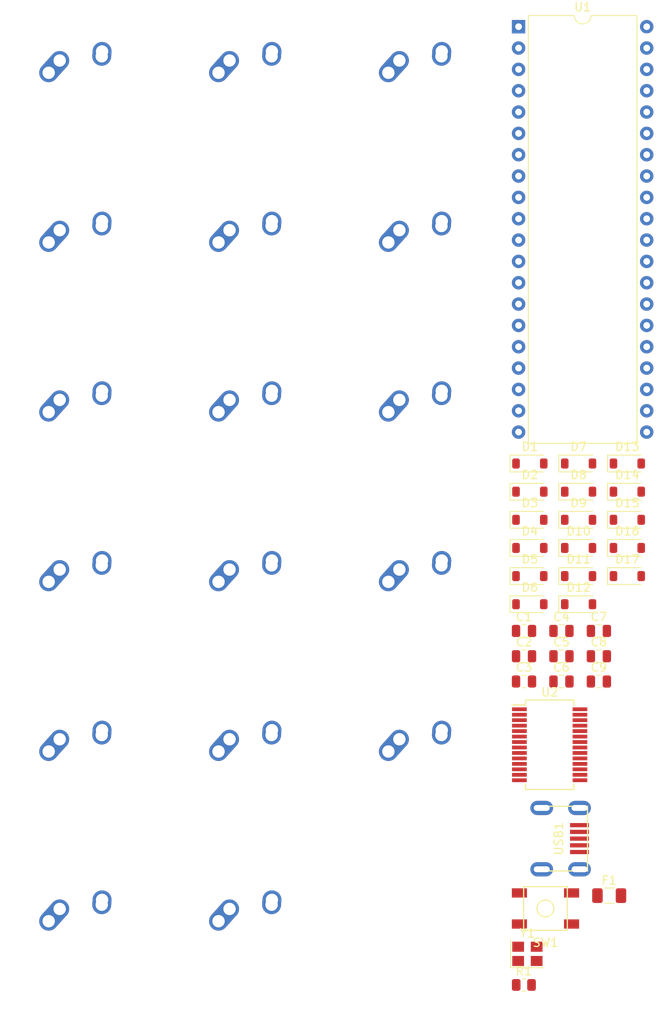
<source format=kicad_pcb>
(kicad_pcb (version 20221018) (generator pcbnew)
  (layers (0 "F.Cu" signal) (31 "B.Cu" signal) (34 "B.Paste" user) (35 "F.Paste" user) (36 "B.SilkS" user "B.Silkscreen") (37 "F.SilkS" user "F.Silkscreen") (38 "B.Mask" user) (39 "F.Mask" user) (44 "Edge.Cuts" user))
  (net 0 "")
  (net 1 "GND")
  (net 2 "Net-(U1-XTAL1)")
  (net 3 "Net-(U1-XTAL2)")
  (net 4 "+5V")
  (net 5 "Net-(U2-3V3OUT)")
  (net 6 "ROW0")
  (net 7 "Net-(D1-A)")
  (net 8 "Net-(D2-A)")
  (net 9 "Net-(D3-A)")
  (net 10 "ROW1")
  (net 11 "Net-(D4-A)")
  (net 12 "Net-(D5-A)")
  (net 13 "Net-(D6-A)")
  (net 14 "Net-(D7-A)")
  (net 15 "Net-(D8-A)")
  (net 16 "ROW2")
  (net 17 "Net-(D9-A)")
  (net 18 "ROW3")
  (net 19 "Net-(D10-A)")
  (net 20 "Net-(D11-A)")
  (net 21 "Net-(D12-A)")
  (net 22 "Net-(D13-A)")
  (net 23 "Net-(D14-A)")
  (net 24 "Net-(D15-A)")
  (net 25 "ROW4")
  (net 26 "Net-(D16-A)")
  (net 27 "Net-(D17-A)")
  (net 28 "Net-(USB1-VBUS)")
  (net 29 "COL0")
  (net 30 "COL1")
  (net 31 "COL2")
  (net 32 "COL3")
  (net 33 "Net-(U1-~{RESET})")
  (net 41 "Tx")
  (net 42 "Rx")
  (net 68 "D+")
  (net 69 "D-")
  (footprint "MX_Alps_Hybrid:MX-1U-NoLED" (layer "F.Cu") (at 123.465 49.365)
    (fp_text reference "MX13")
    (fp_text value "MX-NoLED")
    (pad "" np_thru_hole circle (at -5.08 0 48.0996) (size 1.75 1.75) (drill 1.75) (layers "*.Cu" "*.Mask"))
    (pad "" np_thru_hole circle (at 0 0) (size 3.9878 3.9878) (drill 3.9878) (layers "*.Cu" "*.Mask"))
    (pad "" np_thru_hole circle (at 5.08 0 48.0996) (size 1.75 1.75) (drill 1.75) (layers "*.Cu" "*.Mask"))
    (pad "1" thru_hole oval (at -3.81 -2.54 48.0996) (size 4.211556 2.25) (drill 1.47 (offset 0.980778 0)) (layers "*.Cu" "B.Mask") (net 31 "COL2"))
    (pad "1" thru_hole circle (at -2.5 -4) (size 2.25 2.25) (drill 1.47) (layers "*.Cu" "B.Mask") (net 31 "COL2"))
    (pad "2" thru_hole oval (at 2.5 -4.5 86.0548) (size 2.831378 2.25) (drill 1.47 (offset 0.290689 0)) (layers "*.Cu" "B.Mask") (net 22 "Net-(D13-A)"))
    (pad "2" thru_hole circle (at 2.54 -5.08) (size 2.25 2.25) (drill 1.47) (layers "*.Cu" "B.Mask") (net 22 "Net-(D13-A)"))
  )
  (footprint "Diode_SMD:D_SOD-123" (layer "F.Cu") (at 148.075 96.69)
    (fp_text reference "D14" (at 0 -2) (layer "F.SilkS"))
    (fp_text value "SOD-123")
    (fp_line (start -2.36 -1) (end -2.36 1) (stroke (width 0.12)) (layer "F.SilkS"))
    (fp_line (start -2.36 -1) (end 1.65 -1) (stroke (width 0.12)) (layer "F.SilkS"))
    (fp_line (start -2.36 1) (end 1.65 1) (stroke (width 0.12)) (layer "F.SilkS"))
    (pad "1" smd roundrect (at -1.65 0) (size 0.9 1.2) (layers "F.Cu" "F.Paste" "F.Mask") (net 18 "ROW3"))
    (pad "2" smd roundrect (at 1.65 0) (size 0.9 1.2) (layers "F.Cu" "F.Paste" "F.Mask") (net 23 "Net-(D14-A)"))
  )
  (footprint "Package_DIP:DIP-40_W15.24mm" (layer "F.Cu") (at 135.14 41.34)
    (fp_text reference "U1" (at 7.62 -2.33) (layer "F.SilkS"))
    (fp_text value "ATmega32A-P")
    (fp_line (start 1.16 -1.33) (end 1.16 49.59) (stroke (width 0.12)) (layer "F.SilkS"))
    (fp_line (start 1.16 49.59) (end 14.08 49.59) (stroke (width 0.12)) (layer "F.SilkS"))
    (fp_line (start 6.62 -1.33) (end 1.16 -1.33) (stroke (width 0.12)) (layer "F.SilkS"))
    (fp_line (start 14.08 -1.33) (end 8.62 -1.33) (stroke (width 0.12)) (layer "F.SilkS"))
    (fp_line (start 14.08 49.59) (end 14.08 -1.33) (stroke (width 0.12)) (layer "F.SilkS"))
    (fp_arc (start 8.62 -1.33) (mid 7.62 -0.33) (end 6.62 -1.33) (stroke (width 0.12)) (layer "F.SilkS"))
    (pad "1" thru_hole rect (at 0 0) (size 1.6 1.6) (drill 0.8) (layers "*.Cu" "*.Mask") (net 25 "ROW4"))
    (pad "2" thru_hole oval (at 0 2.54) (size 1.6 1.6) (drill 0.8) (layers "*.Cu" "*.Mask"))
    (pad "3" thru_hole oval (at 0 5.08) (size 1.6 1.6) (drill 0.8) (layers "*.Cu" "*.Mask"))
    (pad "4" thru_hole oval (at 0 7.62) (size 1.6 1.6) (drill 0.8) (layers "*.Cu" "*.Mask"))
    (pad "5" thru_hole oval (at 0 10.16) (size 1.6 1.6) (drill 0.8) (layers "*.Cu" "*.Mask"))
    (pad "6" thru_hole oval (at 0 12.7) (size 1.6 1.6) (drill 0.8) (layers "*.Cu" "*.Mask"))
    (pad "7" thru_hole oval (at 0 15.24) (size 1.6 1.6) (drill 0.8) (layers "*.Cu" "*.Mask"))
    (pad "8" thru_hole oval (at 0 17.78) (size 1.6 1.6) (drill 0.8) (layers "*.Cu" "*.Mask"))
    (pad "9" thru_hole oval (at 0 20.32) (size 1.6 1.6) (drill 0.8) (layers "*.Cu" "*.Mask") (net 33 "Net-(U1-~{RESET})"))
    (pad "10" thru_hole oval (at 0 22.86) (size 1.6 1.6) (drill 0.8) (layers "*.Cu" "*.Mask") (net 4 "+5V"))
    (pad "11" thru_hole oval (at 0 25.4) (size 1.6 1.6) (drill 0.8) (layers "*.Cu" "*.Mask") (net 1 "GND"))
    (pad "12" thru_hole oval (at 0 27.94) (size 1.6 1.6) (drill 0.8) (layers "*.Cu" "*.Mask") (net 3 "Net-(U1-XTAL2)"))
    (pad "13" thru_hole oval (at 0 30.48) (size 1.6 1.6) (drill 0.8) (layers "*.Cu" "*.Mask") (net 2 "Net-(U1-XTAL1)"))
    (pad "14" thru_hole oval (at 0 33.02) (size 1.6 1.6) (drill 0.8) (layers "*.Cu" "*.Mask") (net 41 "Tx"))
    (pad "15" thru_hole oval (at 0 35.56) (size 1.6 1.6) (drill 0.8) (layers "*.Cu" "*.Mask") (net 42 "Rx"))
    (pad "16" thru_hole oval (at 0 38.1) (size 1.6 1.6) (drill 0.8) (layers "*.Cu" "*.Mask"))
    (pad "17" thru_hole oval (at 0 40.64) (size 1.6 1.6) (drill 0.8) (layers "*.Cu" "*.Mask"))
    (pad "18" thru_hole oval (at 0 43.18) (size 1.6 1.6) (drill 0.8) (layers "*.Cu" "*.Mask"))
    (pad "19" thru_hole oval (at 0 45.72) (size 1.6 1.6) (drill 0.8) (layers "*.Cu" "*.Mask"))
    (pad "20" thru_hole oval (at 0 48.26) (size 1.6 1.6) (drill 0.8) (layers "*.Cu" "*.Mask"))
    (pad "21" thru_hole oval (at 15.24 48.26) (size 1.6 1.6) (drill 0.8) (layers "*.Cu" "*.Mask"))
    (pad "22" thru_hole oval (at 15.24 45.72) (size 1.6 1.6) (drill 0.8) (layers "*.Cu" "*.Mask"))
    (pad "23" thru_hole oval (at 15.24 43.18) (size 1.6 1.6) (drill 0.8) (layers "*.Cu" "*.Mask"))
    (pad "24" thru_hole oval (at 15.24 40.64) (size 1.6 1.6) (drill 0.8) (layers "*.Cu" "*.Mask"))
    (pad "25" thru_hole oval (at 15.24 38.1) (size 1.6 1.6) (drill 0.8) (layers "*.Cu" "*.Mask"))
    (pad "26" thru_hole oval (at 15.24 35.56) (size 1.6 1.6) (drill 0.8) (layers "*.Cu" "*.Mask"))
    (pad "27" thru_hole oval (at 15.24 33.02) (size 1.6 1.6) (drill 0.8) (layers "*.Cu" "*.Mask"))
    (pad "28" thru_hole oval (at 15.24 30.48) (size 1.6 1.6) (drill 0.8) (layers "*.Cu" "*.Mask"))
    (pad "29" thru_hole oval (at 15.24 27.94) (size 1.6 1.6) (drill 0.8) (layers "*.Cu" "*.Mask"))
    (pad "30" thru_hole oval (at 15.24 25.4) (size 1.6 1.6) (drill 0.8) (layers "*.Cu" "*.Mask") (net 4 "+5V"))
    (pad "31" thru_hole oval (at 15.24 22.86) (size 1.6 1.6) (drill 0.8) (layers "*.Cu" "*.Mask") (net 1 "GND"))
    (pad "32" thru_hole oval (at 15.24 20.32) (size 1.6 1.6) (drill 0.8) (layers "*.Cu" "*.Mask"))
    (pad "33" thru_hole oval (at 15.24 17.78) (size 1.6 1.6) (drill 0.8) (layers "*.Cu" "*.Mask") (net 18 "ROW3"))
    (pad "34" thru_hole oval (at 15.24 15.24) (size 1.6 1.6) (drill 0.8) (layers "*.Cu" "*.Mask") (net 16 "ROW2"))
    (pad "35" thru_hole oval (at 15.24 12.7) (size 1.6 1.6) (drill 0.8) (layers "*.Cu" "*.Mask") (net 10 "ROW1"))
    (pad "36" thru_hole oval (at 15.24 10.16) (size 1.6 1.6) (drill 0.8) (layers "*.Cu" "*.Mask") (net 6 "ROW0"))
    (pad "37" thru_hole oval (at 15.24 7.62) (size 1.6 1.6) (drill 0.8) (layers "*.Cu" "*.Mask") (net 32 "COL3"))
    (pad "38" thru_hole oval (at 15.24 5.08) (size 1.6 1.6) (drill 0.8) (layers "*.Cu" "*.Mask") (net 31 "COL2"))
    (pad "39" thru_hole oval (at 15.24 2.54) (size 1.6 1.6) (drill 0.8) (layers "*.Cu" "*.Mask") (net 30 "COL1"))
    (pad "40" thru_hole oval (at 15.24 0) (size 1.6 1.6) (drill 0.8) (layers "*.Cu" "*.Mask") (net 29 "COL0"))
  )
  (footprint "Capacitor_SMD:C_0805_2012Metric" (layer "F.Cu") (at 135.79 113.27)
    (fp_text reference "C1" (at 0 -1.68) (layer "F.SilkS"))
    (fp_text value "22uF")
    (fp_line (start -0.261252 -0.735) (end 0.261252 -0.735) (stroke (width 0.12)) (layer "F.SilkS"))
    (fp_line (start -0.261252 0.735) (end 0.261252 0.735) (stroke (width 0.12)) (layer "F.SilkS"))
    (pad "1" smd roundrect (at -0.95 0) (size 1 1.45) (layers "F.Cu" "F.Paste" "F.Mask") (net 1 "GND"))
    (pad "2" smd roundrect (at 0.95 0) (size 1 1.45) (layers "F.Cu" "F.Paste" "F.Mask") (net 2 "Net-(U1-XTAL1)"))
  )
  (footprint "MX_Alps_Hybrid:MX-1U-NoLED" (layer "F.Cu") (at 83.065 69.565)
    (fp_text reference "MX2")
    (fp_text value "MX-NoLED")
    (pad "" np_thru_hole circle (at -5.08 0 48.0996) (size 1.75 1.75) (drill 1.75) (layers "*.Cu" "*.Mask"))
    (pad "" np_thru_hole circle (at 0 0) (size 3.9878 3.9878) (drill 3.9878) (layers "*.Cu" "*.Mask"))
    (pad "" np_thru_hole circle (at 5.08 0 48.0996) (size 1.75 1.75) (drill 1.75) (layers "*.Cu" "*.Mask"))
    (pad "1" thru_hole oval (at -3.81 -2.54 48.0996) (size 4.211556 2.25) (drill 1.47 (offset 0.980778 0)) (layers "*.Cu" "B.Mask") (net 30 "COL1"))
    (pad "1" thru_hole circle (at -2.5 -4) (size 2.25 2.25) (drill 1.47) (layers "*.Cu" "B.Mask") (net 30 "COL1"))
    (pad "2" thru_hole oval (at 2.5 -4.5 86.0548) (size 2.831378 2.25) (drill 1.47 (offset 0.290689 0)) (layers "*.Cu" "B.Mask") (net 8 "Net-(D2-A)"))
    (pad "2" thru_hole circle (at 2.54 -5.08) (size 2.25 2.25) (drill 1.47) (layers "*.Cu" "B.Mask") (net 8 "Net-(D2-A)"))
  )
  (footprint "Diode_SMD:D_SOD-123" (layer "F.Cu") (at 136.485 93.34)
    (fp_text reference "D1" (at 0 -2) (layer "F.SilkS"))
    (fp_text value "SOD-123")
    (fp_line (start -2.36 -1) (end -2.36 1) (stroke (width 0.12)) (layer "F.SilkS"))
    (fp_line (start -2.36 -1) (end 1.65 -1) (stroke (width 0.12)) (layer "F.SilkS"))
    (fp_line (start -2.36 1) (end 1.65 1) (stroke (width 0.12)) (layer "F.SilkS"))
    (pad "1" smd roundrect (at -1.65 0) (size 0.9 1.2) (layers "F.Cu" "F.Paste" "F.Mask") (net 6 "ROW0"))
    (pad "2" smd roundrect (at 1.65 0) (size 0.9 1.2) (layers "F.Cu" "F.Paste" "F.Mask") (net 7 "Net-(D1-A)"))
  )
  (footprint "MX_Alps_Hybrid:MX-1U-NoLED" (layer "F.Cu") (at 83.065 130.165)
    (fp_text reference "MX5")
    (fp_text value "MX-NoLED")
    (pad "" np_thru_hole circle (at -5.08 0 48.0996) (size 1.75 1.75) (drill 1.75) (layers "*.Cu" "*.Mask"))
    (pad "" np_thru_hole circle (at 0 0) (size 3.9878 3.9878) (drill 3.9878) (layers "*.Cu" "*.Mask"))
    (pad "" np_thru_hole circle (at 5.08 0 48.0996) (size 1.75 1.75) (drill 1.75) (layers "*.Cu" "*.Mask"))
    (pad "1" thru_hole oval (at -3.81 -2.54 48.0996) (size 4.211556 2.25) (drill 1.47 (offset 0.980778 0)) (layers "*.Cu" "B.Mask") (net 30 "COL1"))
    (pad "1" thru_hole circle (at -2.5 -4) (size 2.25 2.25) (drill 1.47) (layers "*.Cu" "B.Mask") (net 30 "COL1"))
    (pad "2" thru_hole oval (at 2.5 -4.5 86.0548) (size 2.831378 2.25) (drill 1.47 (offset 0.290689 0)) (layers "*.Cu" "B.Mask") (net 12 "Net-(D5-A)"))
    (pad "2" thru_hole circle (at 2.54 -5.08) (size 2.25 2.25) (drill 1.47) (layers "*.Cu" "B.Mask") (net 12 "Net-(D5-A)"))
  )
  (footprint "Diode_SMD:D_SOD-123" (layer "F.Cu") (at 136.485 100.04)
    (fp_text reference "D3" (at 0 -2) (layer "F.SilkS"))
    (fp_text value "SOD-123")
    (fp_line (start -2.36 -1) (end -2.36 1) (stroke (width 0.12)) (layer "F.SilkS"))
    (fp_line (start -2.36 -1) (end 1.65 -1) (stroke (width 0.12)) (layer "F.SilkS"))
    (fp_line (start -2.36 1) (end 1.65 1) (stroke (width 0.12)) (layer "F.SilkS"))
    (pad "1" smd roundrect (at -1.65 0) (size 0.9 1.2) (layers "F.Cu" "F.Paste" "F.Mask") (net 6 "ROW0"))
    (pad "2" smd roundrect (at 1.65 0) (size 0.9 1.2) (layers "F.Cu" "F.Paste" "F.Mask") (net 9 "Net-(D3-A)"))
  )
  (footprint "MX_Alps_Hybrid:MX-1U-NoLED" (layer "F.Cu") (at 103.265 109.965)
    (fp_text reference "MX10")
    (fp_text value "MX-NoLED")
    (pad "" np_thru_hole circle (at -5.08 0 48.0996) (size 1.75 1.75) (drill 1.75) (layers "*.Cu" "*.Mask"))
    (pad "" np_thru_hole circle (at 0 0) (size 3.9878 3.9878) (drill 3.9878) (layers "*.Cu" "*.Mask"))
    (pad "" np_thru_hole circle (at 5.08 0 48.0996) (size 1.75 1.75) (drill 1.75) (layers "*.Cu" "*.Mask"))
    (pad "1" thru_hole oval (at -3.81 -2.54 48.0996) (size 4.211556 2.25) (drill 1.47 (offset 0.980778 0)) (layers "*.Cu" "B.Mask") (net 29 "COL0"))
    (pad "1" thru_hole circle (at -2.5 -4) (size 2.25 2.25) (drill 1.47) (layers "*.Cu" "B.Mask") (net 29 "COL0"))
    (pad "2" thru_hole oval (at 2.5 -4.5 86.0548) (size 2.831378 2.25) (drill 1.47 (offset 0.290689 0)) (layers "*.Cu" "B.Mask") (net 19 "Net-(D10-A)"))
    (pad "2" thru_hole circle (at 2.54 -5.08) (size 2.25 2.25) (drill 1.47) (layers "*.Cu" "B.Mask") (net 19 "Net-(D10-A)"))
  )
  (footprint "MX_Alps_Hybrid:MX-1U-NoLED" (layer "F.Cu") (at 83.065 49.365)
    (fp_text reference "MX1")
    (fp_text value "MX-NoLED")
    (pad "" np_thru_hole circle (at -5.08 0 48.0996) (size 1.75 1.75) (drill 1.75) (layers "*.Cu" "*.Mask"))
    (pad "" np_thru_hole circle (at 0 0) (size 3.9878 3.9878) (drill 3.9878) (layers "*.Cu" "*.Mask"))
    (pad "" np_thru_hole circle (at 5.08 0 48.0996) (size 1.75 1.75) (drill 1.75) (layers "*.Cu" "*.Mask"))
    (pad "1" thru_hole oval (at -3.81 -2.54 48.0996) (size 4.211556 2.25) (drill 1.47 (offset 0.980778 0)) (layers "*.Cu" "B.Mask") (net 29 "COL0"))
    (pad "1" thru_hole circle (at -2.5 -4) (size 2.25 2.25) (drill 1.47) (layers "*.Cu" "B.Mask") (net 29 "COL0"))
    (pad "2" thru_hole oval (at 2.5 -4.5 86.0548) (size 2.831378 2.25) (drill 1.47 (offset 0.290689 0)) (layers "*.Cu" "B.Mask") (net 7 "Net-(D1-A)"))
    (pad "2" thru_hole circle (at 2.54 -5.08) (size 2.25 2.25) (drill 1.47) (layers "*.Cu" "B.Mask") (net 7 "Net-(D1-A)"))
  )
  (footprint "Capacitor_SMD:C_0805_2012Metric" (layer "F.Cu") (at 140.24 116.28)
    (fp_text reference "C5" (at 0 -1.68) (layer "F.SilkS"))
    (fp_text value "0.1uF")
    (fp_line (start -0.261252 -0.735) (end 0.261252 -0.735) (stroke (width 0.12)) (layer "F.SilkS"))
    (fp_line (start -0.261252 0.735) (end 0.261252 0.735) (stroke (width 0.12)) (layer "F.SilkS"))
    (pad "1" smd roundrect (at -0.95 0) (size 1 1.45) (layers "F.Cu" "F.Paste" "F.Mask") (net 5 "Net-(U2-3V3OUT)"))
    (pad "2" smd roundrect (at 0.95 0) (size 1 1.45) (layers "F.Cu" "F.Paste" "F.Mask") (net 1 "GND"))
  )
  (footprint "MX_Alps_Hybrid:MX-1U-NoLED" (layer "F.Cu") (at 83.065 109.965)
    (fp_text reference "MX4")
    (fp_text value "MX-NoLED")
    (pad "" np_thru_hole circle (at -5.08 0 48.0996) (size 1.75 1.75) (drill 1.75) (layers "*.Cu" "*.Mask"))
    (pad "" np_thru_hole circle (at 0 0) (size 3.9878 3.9878) (drill 3.9878) (layers "*.Cu" "*.Mask"))
    (pad "" np_thru_hole circle (at 5.08 0 48.0996) (size 1.75 1.75) (drill 1.75) (layers "*.Cu" "*.Mask"))
    (pad "1" thru_hole oval (at -3.81 -2.54 48.0996) (size 4.211556 2.25) (drill 1.47 (offset 0.980778 0)) (layers "*.Cu" "B.Mask") (net 29 "COL0"))
    (pad "1" thru_hole circle (at -2.5 -4) (size 2.25 2.25) (drill 1.47) (layers "*.Cu" "B.Mask") (net 29 "COL0"))
    (pad "2" thru_hole oval (at 2.5 -4.5 86.0548) (size 2.831378 2.25) (drill 1.47 (offset 0.290689 0)) (layers "*.Cu" "B.Mask") (net 11 "Net-(D4-A)"))
    (pad "2" thru_hole circle (at 2.54 -5.08) (size 2.25 2.25) (drill 1.47) (layers "*.Cu" "B.Mask") (net 11 "Net-(D4-A)"))
  )
  (footprint "Package_SO:SSOP-28_5.3x10.2mm_P0.65mm" (layer "F.Cu") (at 138.84 126.82)
    (fp_text reference "U2" (at 0 -6.25) (layer "F.SilkS"))
    (fp_text value "FT232RL")
    (fp_line (start -2.875 -5.325) (end -2.875 -4.75) (stroke (width 0.15)) (layer "F.SilkS"))
    (fp_line (start -2.875 -5.325) (end 2.875 -5.325) (stroke (width 0.15)) (layer "F.SilkS"))
    (fp_line (start -2.875 -4.75) (end -4.475 -4.75) (stroke (width 0.15)) (layer "F.SilkS"))
    (fp_line (start -2.875 5.325) (end -2.875 4.675) (stroke (width 0.15)) (layer "F.SilkS"))
    (fp_line (start -2.875 5.325) (end 2.875 5.325) (stroke (width 0.15)) (layer "F.SilkS"))
    (fp_line (start 2.875 -5.325) (end 2.875 -4.675) (stroke (width 0.15)) (layer "F.SilkS"))
    (fp_line (start 2.875 5.325) (end 2.875 4.675) (stroke (width 0.15)) (layer "F.SilkS"))
    (pad "1" smd rect (at -3.6 -4.225) (size 1.75 0.45) (layers "F.Cu" "F.Paste" "F.Mask") (net 41 "Tx"))
    (pad "2" smd rect (at -3.6 -3.575) (size 1.75 0.45) (layers "F.Cu" "F.Paste" "F.Mask"))
    (pad "3" smd rect (at -3.6 -2.925) (size 1.75 0.45) (layers "F.Cu" "F.Paste" "F.Mask"))
    (pad "4" smd rect (at -3.6 -2.275) (size 1.75 0.45) (layers "F.Cu" "F.Paste" "F.Mask"))
    (pad "5" smd rect (at -3.6 -1.625) (size 1.75 0.45) (layers "F.Cu" "F.Paste" "F.Mask") (net 42 "Rx"))
    (pad "6" smd rect (at -3.6 -0.975) (size 1.75 0.45) (layers "F.Cu" "F.Paste" "F.Mask"))
    (pad "7" smd rect (at -3.6 -0.325) (size 1.75 0.45) (layers "F.Cu" "F.Paste" "F.Mask") (net 1 "GND"))
    (pad "8" smd rect (at -3.6 0.325) (size 1.75 0.45) (layers "F.Cu" "F.Paste" "F.Mask"))
    (pad "9" smd rect (at -3.6 0.975) (size 1.75 0.45) (layers "F.Cu" "F.Paste" "F.Mask"))
    (pad "10" smd rect (at -3.6 1.625) (size 1.75 0.45) (layers "F.Cu" "F.Paste" "F.Mask"))
    (pad "11" smd rect (at -3.6 2.275) (size 1.75 0.45) (layers "F.Cu" "F.Paste" "F.Mask"))
    (pad "12" smd rect (at -3.6 2.925) (size 1.75 0.45) (layers "F.Cu" "F.Paste" "F.Mask"))
    (pad "13" smd rect (at -3.6 3.575) (size 1.75 0.45) (layers "F.Cu" "F.Paste" "F.Mask"))
    (pad "14" smd rect (at -3.6 4.225) (size 1.75 0.45) (layers "F.Cu" "F.Paste" "F.Mask"))
    (pad "15" smd rect (at 3.6 4.225) (size 1.75 0.45) (layers "F.Cu" "F.Paste" "F.Mask") (net 68 "D+"))
    (pad "16" smd rect (at 3.6 3.575) (size 1.75 0.45) (layers "F.Cu" "F.Paste" "F.Mask") (net 69 "D-"))
    (pad "17" smd rect (at 3.6 2.925) (size 1.75 0.45) (layers "F.Cu" "F.Paste" "F.Mask") (net 5 "Net-(U2-3V3OUT)"))
    (pad "18" smd rect (at 3.6 2.275) (size 1.75 0.45) (layers "F.Cu" "F.Paste" "F.Mask") (net 1 "GND"))
    (pad "19" smd rect (at 3.6 1.625) (size 1.75 0.45) (layers "F.Cu" "F.Paste" "F.Mask"))
    (pad "20" smd rect (at 3.6 0.975) (size 1.75 0.45) (layers "F.Cu" "F.Paste" "F.Mask") (net 4 "+5V"))
    (pad "21" smd rect (at 3.6 0.325) (size 1.75 0.45) (layers "F.Cu" "F.Paste" "F.Mask") (net 1 "GND"))
    (pad "22" smd rect (at 3.6 -0.325) (size 1.75 0.45) (layers "F.Cu" "F.Paste" "F.Mask"))
    (pad "23" smd rect (at 3.6 -0.975) (size 1.75 0.45) (layers "F.Cu" "F.Paste" "F.Mask"))
    (pad "24" smd rect (at 3.6 -1.625) (size 1.75 0.45) (layers "F.Cu" "F.Paste" "F.Mask"))
    (pad "25" smd rect (at 3.6 -2.275) (size 1.75 0.45) (layers "F.Cu" "F.Paste" "F.Mask") (net 1 "GND"))
    (pad "26" smd rect (at 3.6 -2.925) (size 1.75 0.45) (layers "F.Cu" "F.Paste" "F.Mask") (net 1 "GND"))
    (pad "27" smd rect (at 3.6 -3.575) (size 1.75 0.45) (layers "F.Cu" "F.Paste" "F.Mask"))
    (pad "28" smd rect (at 3.6 -4.225) (size 1.75 0.45) (layers "F.Cu" "F.Paste" "F.Mask"))
  )
  (footprint "Diode_SMD:D_SOD-123" (layer "F.Cu") (at 136.485 96.69)
    (fp_text reference "D2" (at 0 -2) (layer "F.SilkS"))
    (fp_text value "SOD-123")
    (fp_line (start -2.36 -1) (end -2.36 1) (stroke (width 0.12)) (layer "F.SilkS"))
    (fp_line (start -2.36 -1) (end 1.65 -1) (stroke (width 0.12)) (layer "F.SilkS"))
    (fp_line (start -2.36 1) (end 1.65 1) (stroke (width 0.12)) (layer "F.SilkS"))
    (pad "1" smd roundrect (at -1.65 0) (size 0.9 1.2) (layers "F.Cu" "F.Paste" "F.Mask") (net 6 "ROW0"))
    (pad "2" smd roundrect (at 1.65 0) (size 0.9 1.2) (layers "F.Cu" "F.Paste" "F.Mask") (net 8 "Net-(D2-A)"))
  )
  (footprint "MX_Alps_Hybrid:MX-1U-NoLED" (layer "F.Cu") (at 83.065 150.365)
    (fp_text reference "MX6")
    (fp_text value "MX-NoLED")
    (pad "" np_thru_hole circle (at -5.08 0 48.0996) (size 1.75 1.75) (drill 1.75) (layers "*.Cu" "*.Mask"))
    (pad "" np_thru_hole circle (at 0 0) (size 3.9878 3.9878) (drill 3.9878) (layers "*.Cu" "*.Mask"))
    (pad "" np_thru_hole circle (at 5.08 0 48.0996) (size 1.75 1.75) (drill 1.75) (layers "*.Cu" "*.Mask"))
    (pad "1" thru_hole oval (at -3.81 -2.54 48.0996) (size 4.211556 2.25) (drill 1.47 (offset 0.980778 0)) (layers "*.Cu" "B.Mask") (net 31 "COL2"))
    (pad "1" thru_hole circle (at -2.5 -4) (size 2.25 2.25) (drill 1.47) (layers "*.Cu" "B.Mask") (net 31 "COL2"))
    (pad "2" thru_hole oval (at 2.5 -4.5 86.0548) (size 2.831378 2.25) (drill 1.47 (offset 0.290689 0)) (layers "*.Cu" "B.Mask") (net 13 "Net-(D6-A)"))
    (pad "2" thru_hole circle (at 2.54 -5.08) (size 2.25 2.25) (drill 1.47) (layers "*.Cu" "B.Mask") (net 13 "Net-(D6-A)"))
  )
  (footprint "Capacitor_SMD:C_0805_2012Metric" (layer "F.Cu") (at 140.24 119.29)
    (fp_text reference "C6" (at 0 -1.68) (layer "F.SilkS"))
    (fp_text value "0.1uF")
    (fp_line (start -0.261252 -0.735) (end 0.261252 -0.735) (stroke (width 0.12)) (layer "F.SilkS"))
    (fp_line (start -0.261252 0.735) (end 0.261252 0.735) (stroke (width 0.12)) (layer "F.SilkS"))
    (pad "1" smd roundrect (at -0.95 0) (size 1 1.45) (layers "F.Cu" "F.Paste" "F.Mask") (net 4 "+5V"))
    (pad "2" smd roundrect (at 0.95 0) (size 1 1.45) (layers "F.Cu" "F.Paste" "F.Mask") (net 1 "GND"))
  )
  (footprint "MX_Alps_Hybrid:MX-1U-NoLED" (layer "F.Cu") (at 83.065 89.765)
    (fp_text reference "MX3")
    (fp_text value "MX-NoLED")
    (pad "" np_thru_hole circle (at -5.08 0 48.0996) (size 1.75 1.75) (drill 1.75) (layers "*.Cu" "*.Mask"))
    (pad "" np_thru_hole circle (at 0 0) (size 3.9878 3.9878) (drill 3.9878) (layers "*.Cu" "*.Mask"))
    (pad "" np_thru_hole circle (at 5.08 0 48.0996) (size 1.75 1.75) (drill 1.75) (layers "*.Cu" "*.Mask"))
    (pad "1" thru_hole oval (at -3.81 -2.54 48.0996) (size 4.211556 2.25) (drill 1.47 (offset 0.980778 0)) (layers "*.Cu" "B.Mask") (net 31 "COL2"))
    (pad "1" thru_hole circle (at -2.5 -4) (size 2.25 2.25) (drill 1.47) (layers "*.Cu" "B.Mask") (net 31 "COL2"))
    (pad "2" thru_hole oval (at 2.5 -4.5 86.0548) (size 2.831378 2.25) (drill 1.47 (offset 0.290689 0)) (layers "*.Cu" "B.Mask") (net 9 "Net-(D3-A)"))
    (pad "2" thru_hole circle (at 2.54 -5.08) (size 2.25 2.25) (drill 1.47) (layers "*.Cu" "B.Mask") (net 9 "Net-(D3-A)"))
  )
  (footprint "Diode_SMD:D_SOD-123" (layer "F.Cu") (at 142.28 103.39)
    (fp_text reference "D10" (at 0 -2) (layer "F.SilkS"))
    (fp_text value "SOD-123")
    (fp_line (start -2.36 -1) (end -2.36 1) (stroke (width 0.12)) (layer "F.SilkS"))
    (fp_line (start -2.36 -1) (end 1.65 -1) (stroke (width 0.12)) (layer "F.SilkS"))
    (fp_line (start -2.36 1) (end 1.65 1) (stroke (width 0.12)) (layer "F.SilkS"))
    (pad "1" smd roundrect (at -1.65 0) (size 0.9 1.2) (layers "F.Cu" "F.Paste" "F.Mask") (net 18 "ROW3"))
    (pad "2" smd roundrect (at 1.65 0) (size 0.9 1.2) (layers "F.Cu" "F.Paste" "F.Mask") (net 19 "Net-(D10-A)"))
  )
  (footprint "Diode_SMD:D_SOD-123" (layer "F.Cu") (at 136.485 103.39)
    (fp_text reference "D4" (at 0 -2) (layer "F.SilkS"))
    (fp_text value "SOD-123")
    (fp_line (start -2.36 -1) (end -2.36 1) (stroke (width 0.12)) (layer "F.SilkS"))
    (fp_line (start -2.36 -1) (end 1.65 -1) (stroke (width 0.12)) (layer "F.SilkS"))
    (fp_line (start -2.36 1) (end 1.65 1) (stroke (width 0.12)) (layer "F.SilkS"))
    (pad "1" smd roundrect (at -1.65 0) (size 0.9 1.2) (layers "F.Cu" "F.Paste" "F.Mask") (net 10 "ROW1"))
    (pad "2" smd roundrect (at 1.65 0) (size 0.9 1.2) (layers "F.Cu" "F.Paste" "F.Mask") (net 11 "Net-(D4-A)"))
  )
  (footprint "MX_Alps_Hybrid:MX-1U-NoLED" (layer "F.Cu") (at 103.265 150.365)
    (fp_text reference "MX12")
    (fp_text value "MX-NoLED")
    (pad "" np_thru_hole circle (at -5.08 0 48.0996) (size 1.75 1.75) (drill 1.75) (layers "*.Cu" "*.Mask"))
    (pad "" np_thru_hole circle (at 0 0) (size 3.9878 3.9878) (drill 3.9878) (layers "*.Cu" "*.Mask"))
    (pad "" np_thru_hole circle (at 5.08 0 48.0996) (size 1.75 1.75) (drill 1.75) (layers "*.Cu" "*.Mask"))
    (pad "1" thru_hole oval (at -3.81 -2.54 48.0996) (size 4.211556 2.25) (drill 1.47 (offset 0.980778 0)) (layers "*.Cu" "B.Mask") (net 30 "COL1"))
    (pad "1" thru_hole circle (at -2.5 -4) (size 2.25 2.25) (drill 1.47) (layers "*.Cu" "B.Mask") (net 30 "COL1"))
    (pad "2" thru_hole oval (at 2.5 -4.5 86.0548) (size 2.831378 2.25) (drill 1.47 (offset 0.290689 0)) (layers "*.Cu" "B.Mask") (net 21 "Net-(D12-A)"))
    (pad "2" thru_hole circle (at 2.54 -5.08) (size 2.25 2.25) (drill 1.47) (layers "*.Cu" "B.Mask") (net 21 "Net-(D12-A)"))
  )
  (footprint "Diode_SMD:D_SOD-123" (layer "F.Cu") (at 142.28 93.34)
    (fp_text reference "D7" (at 0 -2) (layer "F.SilkS"))
    (fp_text value "SOD-123")
    (fp_line (start -2.36 -1) (end -2.36 1) (stroke (width 0.12)) (layer "F.SilkS"))
    (fp_line (start -2.36 -1) (end 1.65 -1) (stroke (width 0.12)) (layer "F.SilkS"))
    (fp_line (start -2.36 1) (end 1.65 1) (stroke (width 0.12)) (layer "F.SilkS"))
    (pad "1" smd roundrect (at -1.65 0) (size 0.9 1.2) (layers "F.Cu" "F.Paste" "F.Mask") (net 6 "ROW0"))
    (pad "2" smd roundrect (at 1.65 0) (size 0.9 1.2) (layers "F.Cu" "F.Paste" "F.Mask") (net 14 "Net-(D7-A)"))
  )
  (footprint "Capacitor_SMD:C_0805_2012Metric" (layer "F.Cu") (at 144.69 116.28)
    (fp_text reference "C8" (at 0 -1.68) (layer "F.SilkS"))
    (fp_text value "0.1uF")
    (fp_line (start -0.261252 -0.735) (end 0.261252 -0.735) (stroke (width 0.12)) (layer "F.SilkS"))
    (fp_line (start -0.261252 0.735) (end 0.261252 0.735) (stroke (width 0.12)) (layer "F.SilkS"))
    (pad "1" smd roundrect (at -0.95 0) (size 1 1.45) (layers "F.Cu" "F.Paste" "F.Mask") (net 4 "+5V"))
    (pad "2" smd roundrect (at 0.95 0) (size 1 1.45) (layers "F.Cu" "F.Paste" "F.Mask") (net 1 "GND"))
  )
  (footprint "Diode_SMD:D_SOD-123" (layer "F.Cu") (at 142.28 110.09)
    (fp_text reference "D12" (at 0 -2) (layer "F.SilkS"))
    (fp_text value "SOD-123")
    (fp_line (start -2.36 -1) (end -2.36 1) (stroke (width 0.12)) (layer "F.SilkS"))
    (fp_line (start -2.36 -1) (end 1.65 -1) (stroke (width 0.12)) (layer "F.SilkS"))
    (fp_line (start -2.36 1) (end 1.65 1) (stroke (width 0.12)) (layer "F.SilkS"))
    (pad "1" smd roundrect (at -1.65 0) (size 0.9 1.2) (layers "F.Cu" "F.Paste" "F.Mask") (net 18 "ROW3"))
    (pad "2" smd roundrect (at 1.65 0) (size 0.9 1.2) (layers "F.Cu" "F.Paste" "F.Mask") (net 21 "Net-(D12-A)"))
  )
  (footprint "Diode_SMD:D_SOD-123" (layer "F.Cu") (at 148.075 93.34)
    (fp_text reference "D13" (at 0 -2) (layer "F.SilkS"))
    (fp_text value "SOD-123")
    (fp_line (start -2.36 -1) (end -2.36 1) (stroke (width 0.12)) (layer "F.SilkS"))
    (fp_line (start -2.36 -1) (end 1.65 -1) (stroke (width 0.12)) (layer "F.SilkS"))
    (fp_line (start -2.36 1) (end 1.65 1) (stroke (width 0.12)) (layer "F.SilkS"))
    (pad "1" smd roundrect (at -1.65 0) (size 0.9 1.2) (layers "F.Cu" "F.Paste" "F.Mask") (net 16 "ROW2"))
    (pad "2" smd roundrect (at 1.65 0) (size 0.9 1.2) (layers "F.Cu" "F.Paste" "F.Mask") (net 22 "Net-(D13-A)"))
  )
  (footprint "Crystal:Crystal_SMD_3225-4Pin_3.2x2.5mm" (layer "F.Cu") (at 136.19 151.71)
    (fp_text reference "Y1" (at 0 -2.45) (layer "F.SilkS"))
    (fp_text value "16MHz")
    (fp_line (start -2 -1.65) (end -2 1.65) (stroke (width 0.12)) (layer "F.SilkS"))
    (fp_line (start -2 1.65) (end 2 1.65) (stroke (width 0.12)) (layer "F.SilkS"))
    (pad "1" smd rect (at -1.1 0.85) (size 1.4 1.2) (layers "F.Cu" "F.Paste" "F.Mask") (net 3 "Net-(U1-XTAL2)"))
    (pad "2" smd rect (at 1.1 0.85) (size 1.4 1.2) (layers "F.Cu" "F.Paste" "F.Mask") (net 2 "Net-(U1-XTAL1)"))
    (pad "3" smd rect (at 1.1 -0.85) (size 1.4 1.2) (layers "F.Cu" "F.Paste" "F.Mask"))
    (pad "4" smd rect (at -1.1 -0.85) (size 1.4 1.2) (layers "F.Cu" "F.Paste" "F.Mask"))
  )
  (footprint "MX_Alps_Hybrid:MX-1U-NoLED" (layer "F.Cu") (at 123.465 69.565)
    (fp_text reference "MX14")
    (fp_text value "MX-NoLED")
    (pad "" np_thru_hole circle (at -5.08 0 48.0996) (size 1.75 1.75) (drill 1.75) (layers "*.Cu" "*.Mask"))
    (pad "" np_thru_hole circle (at 0 0) (size 3.9878 3.9878) (drill 3.9878) (layers "*.Cu" "*.Mask"))
    (pad "" np_thru_hole circle (at 5.08 0 48.0996) (size 1.75 1.75) (drill 1.75) (layers "*.Cu" "*.Mask"))
    (pad "1" thru_hole oval (at -3.81 -2.54 48.0996) (size 4.211556 2.25) (drill 1.47 (offset 0.980778 0)) (layers "*.Cu" "B.Mask") (net 31 "COL2"))
    (pad "1" thru_hole circle (at -2.5 -4) (size 2.25 2.25) (drill 1.47) (layers "*.Cu" "B.Mask") (net 31 "COL2"))
    (pad "2" thru_hole oval (at 2.5 -4.5 86.0548) (size 2.831378 2.25) (drill 1.47 (offset 0.290689 0)) (layers "*.Cu" "B.Mask") (net 23 "Net-(D14-A)"))
    (pad "2" thru_hole circle (at 2.54 -5.08) (size 2.25 2.25) (drill 1.47) (layers "*.Cu" "B.Mask") (net 23 "Net-(D14-A)"))
  )
  (footprint "Diode_SMD:D_SOD-123" (layer "F.Cu") (at 148.075 106.74)
    (fp_text reference "D17" (at 0 -2) (layer "F.SilkS"))
    (fp_text value "SOD-123")
    (fp_line (start -2.36 -1) (end -2.36 1) (stroke (width 0.12)) (layer "F.SilkS"))
    (fp_line (start -2.36 -1) (end 1.65 -1) (stroke (width 0.12)) (layer "F.SilkS"))
    (fp_line (start -2.36 1) (end 1.65 1) (stroke (width 0.12)) (layer "F.SilkS"))
    (pad "1" smd roundrect (at -1.65 0) (size 0.9 1.2) (layers "F.Cu" "F.Paste" "F.Mask") (net 25 "ROW4"))
    (pad "2" smd roundrect (at 1.65 0) (size 0.9 1.2) (layers "F.Cu" "F.Paste" "F.Mask") (net 27 "Net-(D17-A)"))
  )
  (footprint "MX_Alps_Hybrid:MX-1U-NoLED" (layer "F.Cu") (at 123.465 89.765)
    (fp_text reference "MX15")
    (fp_text value "MX-NoLED")
    (pad "" np_thru_hole circle (at -5.08 0 48.0996) (size 1.75 1.75) (drill 1.75) (layers "*.Cu" "*.Mask"))
    (pad "" np_thru_hole circle (at 0 0) (size 3.9878 3.9878) (drill 3.9878) (layers "*.Cu" "*.Mask"))
    (pad "" np_thru_hole circle (at 5.08 0 48.0996) (size 1.75 1.75) (drill 1.75) (layers "*.Cu" "*.Mask"))
    (pad "1" thru_hole oval (at -3.81 -2.54 48.0996) (size 4.211556 2.25) (drill 1.47 (offset 0.980778 0)) (layers "*.Cu" "B.Mask") (net 32 "COL3"))
    (pad "1" thru_hole circle (at -2.5 -4) (size 2.25 2.25) (drill 1.47) (layers "*.Cu" "B.Mask") (net 32 "COL3"))
    (pad "2" thru_hole oval (at 2.5 -4.5 86.0548) (size 2.831378 2.25) (drill 1.47 (offset 0.290689 0)) (layers "*.Cu" "B.Mask") (net 24 "Net-(D15-A)"))
    (pad "2" thru_hole circle (at 2.54 -5.08) (size 2.25 2.25) (drill 1.47) (layers "*.Cu" "B.Mask") (net 24 "Net-(D15-A)"))
  )
  (footprint "Resistor_SMD:R_0805_2012Metric" (layer "F.Cu") (at 135.77 155.41)
    (fp_text reference "R1" (at 0 -1.65) (layer "F.SilkS"))
    (fp_text value "10k")
    (fp_line (start -0.227064 -0.735) (end 0.227064 -0.735) (stroke (width 0.12)) (layer "F.SilkS"))
    (fp_line (start -0.227064 0.735) (end 0.227064 0.735) (stroke (width 0.12)) (layer "F.SilkS"))
    (pad "1" smd roundrect (at -0.9125 0) (size 1.025 1.4) (layers "F.Cu" "F.Paste" "F.Mask") (roundrect_rratio 0.243902) (net 33 "Net-(U1-~{RESET})"))
    (pad "2" smd roundrect (at 0.9125 0) (size 1.025 1.4) (layers "F.Cu" "F.Paste" "F.Mask") (roundrect_rratio 0.243902) (net 4 "+5V"))
  )
  (footprint "random-keyboard-parts:SKQG-1155865" (layer "F.Cu") (at 138.34 146.31)
    (fp_text reference "SW1" (at 0 4.064) (layer "F.SilkS"))
    (fp_text value "SW_Push")
    (fp_line (start -2.6 -2.6) (end 2.6 -2.6) (stroke (width 0.15)) (layer "F.SilkS"))
    (fp_line (start -2.6 2.6) (end -2.6 -2.6) (stroke (width 0.15)) (layer "F.SilkS"))
    (fp_line (start 2.6 -2.6) (end 2.6 2.6) (stroke (width 0.15)) (layer "F.SilkS"))
    (fp_line (start 2.6 2.6) (end -2.6 2.6) (stroke (width 0.15)) (layer "F.SilkS"))
    (fp_circle (center 0 0) (end 1 0) (stroke (width 0.15)) (fill none) (layer "F.SilkS"))
    (pad "1" smd rect (at 3.1 1.85) (size 1.8 1.1) (layers "F.Cu" "F.Paste" "F.Mask") (net 1 "GND"))
    (pad "2" smd rect (at -3.1 -1.85) (size 1.8 1.1) (layers "F.Cu" "F.Paste" "F.Mask") (net 33 "Net-(U1-~{RESET})"))
    (pad "3" smd rect (at 3.1 -1.85) (size 1.8 1.1) (layers "F.Cu" "F.Paste" "F.Mask"))
    (pad "4" smd rect (at -3.1 1.85) (size 1.8 1.1) (layers "F.Cu" "F.Paste" "F.Mask"))
  )
  (footprint "MX_Alps_Hybrid:MX-1U-NoLED" (layer "F.Cu") (at 123.465 109.965)
    (fp_text reference "MX16")
    (fp_text value "MX-NoLED")
    (pad "" np_thru_hole circle (at -5.08 0 48.0996) (size 1.75 1.75) (drill 1.75) (layers "*.Cu" "*.Mask"))
    (pad "" np_thru_hole circle (at 0 0) (size 3.9878 3.9878) (drill 3.9878) (layers "*.Cu" "*.Mask"))
    (pad "" np_thru_hole circle (at 5.08 0 48.0996) (size 1.75 1.75) (drill 1.75) (layers "*.Cu" "*.Mask"))
    (pad "1" thru_hole oval (at -3.81 -2.54 48.0996) (size 4.211556 2.25) (drill 1.47 (offset 0.980778 0)) (layers "*.Cu" "B.Mask") (net 29 "COL0"))
    (pad "1" thru_hole circle (at -2.5 -4) (size 2.25 2.25) (drill 1.47) (layers "*.Cu" "B.Mask") (net 29 "COL0"))
    (pad "2" thru_hole oval (at 2.5 -4.5 86.0548) (size 2.831378 2.25) (drill 1.47 (offset 0.290689 0)) (layers "*.Cu" "B.Mask") (net 26 "Net-(D16-A)"))
    (pad "2" thru_hole circle (at 2.54 -5.08) (size 2.25 2.25) (drill 1.47) (layers "*.Cu" "B.Mask") (net 26 "Net-(D16-A)"))
  )
  (footprint "Capacitor_SMD:C_0805_2012Metric" (layer "F.Cu") (at 144.69 119.29)
    (fp_text reference "C9" (at 0 -1.68) (layer "F.SilkS"))
    (fp_text value "10uF")
    (fp_line (start -0.261252 -0.735) (end 0.261252 -0.735) (stroke (width 0.12)) (layer "F.SilkS"))
    (fp_line (start -0.261252 0.735) (end 0.261252 0.735) (stroke (width 0.12)) (layer "F.SilkS"))
    (pad "1" smd roundrect (at -0.95 0) (size 1 1.45) (layers "F.Cu" "F.Paste" "F.Mask") (net 4 "+5V"))
    (pad "2" smd roundrect (at 0.95 0) (size 1 1.45) (layers "F.Cu" "F.Paste" "F.Mask") (net 1 "GND"))
  )
  (footprint "MX_Alps_Hybrid:MX-1U-NoLED" (layer "F.Cu") (at 103.265 49.365)
    (fp_text reference "MX7")
    (fp_text value "MX-NoLED")
    (pad "" np_thru_hole circle (at -5.08 0 48.0996) (size 1.75 1.75) (drill 1.75) (layers "*.Cu" "*.Mask"))
    (pad "" np_thru_hole circle (at 0 0) (size 3.9878 3.9878) (drill 3.9878) (layers "*.Cu" "*.Mask"))
    (pad "" np_thru_hole circle (at 5.08 0 48.0996) (size 1.75 1.75) (drill 1.75) (layers "*.Cu" "*.Mask"))
    (pad "1" thru_hole oval (at -3.81 -2.54 48.0996) (size 4.211556 2.25) (drill 1.47 (offset 0.980778 0)) (layers "*.Cu" "B.Mask") (net 32 "COL3"))
    (pad "1" thru_hole circle (at -2.5 -4) (size 2.25 2.25) (drill 1.47) (layers "*.Cu" "B.Mask") (net 32 "COL3"))
    (pad "2" thru_hole oval (at 2.5 -4.5 86.0548) (size 2.831378 2.25) (drill 1.47 (offset 0.290689 0)) (layers "*.Cu" "B.Mask") (net 14 "Net-(D7-A)"))
    (pad "2" thru_hole circle (at 2.54 -5.08) (size 2.25 2.25) (drill 1.47) (layers "*.Cu" "B.Mask") (net 14 "Net-(D7-A)"))
  )
  (footprint "MX_Alps_Hybrid:MX-1U-NoLED" (layer "F.Cu") (at 103.265 69.565)
    (fp_text reference "MX8")
    (fp_text value "MX-NoLED")
    (pad "" np_thru_hole circle (at -5.08 0 48.0996) (size 1.75 1.75) (drill 1.75) (layers "*.Cu" "*.Mask"))
    (pad "" np_thru_hole circle (at 0 0) (size 3.9878 3.9878) (drill 3.9878) (layers "*.Cu" "*.Mask"))
    (pad "" np_thru_hole circle (at 5.08 0 48.0996) (size 1.75 1.75) (drill 1.75) (layers "*.Cu" "*.Mask"))
    (pad "1" thru_hole oval (at -3.81 -2.54 48.0996) (size 4.211556 2.25) (drill 1.47 (offset 0.980778 0)) (layers "*.Cu" "B.Mask") (net 32 "COL3"))
    (pad "1" thru_hole circle (at -2.5 -4) (size 2.25 2.25) (drill 1.47) (layers "*.Cu" "B.Mask") (net 32 "COL3"))
    (pad "2" thru_hole oval (at 2.5 -4.5 86.0548) (size 2.831378 2.25) (drill 1.47 (offset 0.290689 0)) (layers "*.Cu" "B.Mask") (net 15 "Net-(D8-A)"))
    (pad "2" thru_hole circle (at 2.54 -5.08) (size 2.25 2.25) (drill 1.47) (layers "*.Cu" "B.Mask") (net 15 "Net-(D8-A)"))
  )
  (footprint "MX_Alps_Hybrid:MX-1U-NoLED" (layer "F.Cu") (at 123.465 130.165)
    (fp_text reference "MX17")
    (fp_text value "MX-NoLED")
    (pad "" np_thru_hole circle (at -5.08 0 48.0996) (size 1.75 1.75) (drill 1.75) (layers "*.Cu" "*.Mask"))
    (pad "" np_thru_hole circle (at 0 0) (size 3.9878 3.9878) (drill 3.9878) (layers "*.Cu" "*.Mask"))
    (pad "" np_thru_hole circle (at 5.08 0 48.0996) (size 1.75 1.75) (drill 1.75) (layers "*.Cu" "*.Mask"))
    (pad "1" thru_hole oval (at -3.81 -2.54 48.0996) (size 4.211556 2.25) (drill 1.47 (offset 0.980778 0)) (layers "*.Cu" "B.Mask") (net 30 "COL1"))
    (pad "1" thru_hole circle (at -2.5 -4) (size 2.25 2.25) (drill 1.47) (layers "*.Cu" "B.Mask") (net 30 "COL1"))
    (pad "2" thru_hole oval (at 2.5 -4.5 86.0548) (size 2.831378 2.25) (drill 1.47 (offset 0.290689 0)) (layers "*.Cu" "B.Mask") (net 27 "Net-(D17-A)"))
    (pad "2" thru_hole circle (at 2.54 -5.08) (size 2.25 2.25) (drill 1.47) (layers "*.Cu" "B.Mask") (net 27 "Net-(D17-A)"))
  )
  (footprint "Diode_SMD:D_SOD-123" (layer "F.Cu") (at 148.075 100.04)
    (fp_text reference "D15" (at 0 -2) (layer "F.SilkS"))
    (fp_text value "SOD-123")
    (fp_line (start -2.36 -1) (end -2.36 1) (stroke (width 0.12)) (layer "F.SilkS"))
    (fp_line (start -2.36 -1) (end 1.65 -1) (stroke (width 0.12)) (layer "F.SilkS"))
    (fp_line (start -2.36 1) (end 1.65 1) (stroke (width 0.12)) (layer "F.SilkS"))
    (pad "1" smd roundrect (at -1.65 0) (size 0.9 1.2) (layers "F.Cu" "F.Paste" "F.Mask") (net 16 "ROW2"))
    (pad "2" smd roundrect (at 1.65 0) (size 0.9 1.2) (layers "F.Cu" "F.Paste" "F.Mask") (net 24 "Net-(D15-A)"))
  )
  (footprint "Capacitor_SMD:C_0805_2012Metric" (layer "F.Cu") (at 140.24 113.27)
    (fp_text reference "C4" (at 0 -1.68) (layer "F.SilkS"))
    (fp_text value "10uF")
    (fp_line (start -0.261252 -0.735) (end 0.261252 -0.735) (stroke (width 0.12)) (layer "F.SilkS"))
    (fp_line (start -0.261252 0.735) (end 0.261252 0.735) (stroke (width 0.12)) (layer "F.SilkS"))
    (pad "1" smd roundrect (at -0.95 0) (size 1 1.45) (layers "F.Cu" "F.Paste" "F.Mask") (net 4 "+5V"))
    (pad "2" smd roundrect (at 0.95 0) (size 1 1.45) (layers "F.Cu" "F.Paste" "F.Mask") (net 1 "GND"))
  )
  (footprint "MX_Alps_Hybrid:MX-1U-NoLED" (layer "F.Cu") (at 103.265 89.765)
    (fp_text reference "MX9")
    (fp_text value "MX-NoLED")
    (pad "" np_thru_hole circle (at -5.08 0 48.0996) (size 1.75 1.75) (drill 1.75) (layers "*.Cu" "*.Mask"))
    (pad "" np_thru_hole circle (at 0 0) (size 3.9878 3.9878) (drill 3.9878) (layers "*.Cu" "*.Mask"))
    (pad "" np_thru_hole circle (at 5.08 0 48.0996) (size 1.75 1.75) (drill 1.75) (layers "*.Cu" "*.Mask"))
    (pad "1" thru_hole oval (at -3.81 -2.54 48.0996) (size 4.211556 2.25) (drill 1.47 (offset 0.980778 0)) (layers "*.Cu" "B.Mask") (net 29 "COL0"))
    (pad "1" thru_hole circle (at -2.5 -4) (size 2.25 2.25) (drill 1.47) (layers "*.Cu" "B.Mask") (net 29 "COL0"))
    (pad "2" thru_hole oval (at 2.5 -4.5 86.0548) (size 2.831378 2.25) (drill 1.47 (offset 0.290689 0)) (layers "*.Cu" "B.Mask") (net 17 "Net-(D9-A)"))
    (pad "2" thru_hole circle (at 2.54 -5.08) (size 2.25 2.25) (drill 1.47) (layers "*.Cu" "B.Mask") (net 17 "Net-(D9-A)"))
  )
  (footprint "Diode_SMD:D_SOD-123" (layer "F.Cu") (at 136.485 106.74)
    (fp_text reference "D5" (at 0 -2) (layer "F.SilkS"))
    (fp_text value "SOD-123")
    (fp_line (start -2.36 -1) (end -2.36 1) (stroke (width 0.12)) (layer "F.SilkS"))
    (fp_line (start -2.36 -1) (end 1.65 -1) (stroke (width 0.12)) (layer "F.SilkS"))
    (fp_line (start -2.36 1) (end 1.65 1) (stroke (width 0.12)) (layer "F.SilkS"))
    (pad "1" smd roundrect (at -1.65 0) (size 0.9 1.2) (layers "F.Cu" "F.Paste" "F.Mask") (net 10 "ROW1"))
    (pad "2" smd roundrect (at 1.65 0) (size 0.9 1.2) (layers "F.Cu" "F.Paste" "F.Mask") (net 12 "Net-(D5-A)"))
  )
  (footprint "Capacitor_SMD:C_0805_2012Metric" (layer "F.Cu") (at 135.79 116.28)
    (fp_text reference "C2" (at 0 -1.68) (layer "F.SilkS"))
    (fp_text value "22uF")
    (fp_line (start -0.261252 -0.735) (end 0.261252 -0.735) (stroke (width 0.12)) (layer "F.SilkS"))
    (fp_line (start -0.261252 0.735) (end 0.261252 0.735) (stroke (width 0.12)) (layer "F.SilkS"))
    (pad "1" smd roundrect (at -0.95 0) (size 1 1.45) (layers "F.Cu" "F.Paste" "F.Mask") (net 1 "GND"))
    (pad "2" smd roundrect (at 0.95 0) (size 1 1.45) (layers "F.Cu" "F.Paste" "F.Mask") (net 3 "Net-(U1-XTAL2)"))
  )
  (footprint "Capacitor_SMD:C_0805_2012Metric" (layer "F.Cu") (at 144.69 113.27)
    (fp_text reference "C7" (at 0 -1.68) (layer "F.SilkS"))
    (fp_text value "0.1uF")
    (fp_line (start -0.261252 -0.735) (end 0.261252 -0.735) (stroke (width 0.12)) (layer "F.SilkS"))
    (fp_line (start -0.261252 0.735) (end 0.261252 0.735) (stroke (width 0.12)) (layer "F.SilkS"))
    (pad "1" smd roundrect (at -0.95 0) (size 1 1.45) (layers "F.Cu" "F.Paste" "F.Mask") (net 4 "+5V"))
    (pad "2" smd roundrect (at 0.95 0) (size 1 1.45) (layers "F.Cu" "F.Paste" "F.Mask") (net 1 "GND"))
  )
  (footprint "Diode_SMD:D_SOD-123" (layer "F.Cu") (at 142.28 106.74)
    (fp_text reference "D11" (at 0 -2) (layer "F.SilkS"))
    (fp_text value "SOD-123")
    (fp_line (start -2.36 -1) (end -2.36 1) (stroke (width 0.12)) (layer "F.SilkS"))
    (fp_line (start -2.36 -1) (end 1.65 -1) (stroke (width 0.12)) (layer "F.SilkS"))
    (fp_line (start -2.36 1) (end 1.65 1) (stroke (width 0.12)) (layer "F.SilkS"))
    (pad "1" smd roundrect (at -1.65 0) (size 0.9 1.2) (layers "F.Cu" "F.Paste" "F.Mask") (net 16 "ROW2"))
    (pad "2" smd roundrect (at 1.65 0) (size 0.9 1.2) (layers "F.Cu" "F.Paste" "F.Mask") (net 20 "Net-(D11-A)"))
  )
  (footprint "Diode_SMD:D_SOD-123" (layer "F.Cu") (at 136.485 110.09)
    (fp_text reference "D6" (at 0 -2) (layer "F.SilkS"))
    (fp_text value "SOD-123")
    (fp_line (start -2.36 -1) (end -2.36 1) (stroke (width 0.12)) (layer "F.SilkS"))
    (fp_line (start -2.36 -1) (end 1.65 -1) (stroke (width 0.12)) (layer "F.SilkS"))
    (fp_line (start -2.36 1) (end 1.65 1) (stroke (width 0.12)) (layer "F.SilkS"))
    (pad "1" smd roundrect (at -1.65 0) (size 0.9 1.2) (layers "F.Cu" "F.Paste" "F.Mask") (net 10 "ROW1"))
    (pad "2" smd roundrect (at 1.65 0) (size 0.9 1.2) (layers "F.Cu" "F.Paste" "F.Mask") (net 13 "Net-(D6-A)"))
  )
  (footprint "Diode_SMD:D_SOD-123" (layer "F.Cu") (at 142.28 100.04)
    (fp_text reference "D9" (at 0 -2) (layer "F.SilkS"))
    (fp_text value "SOD-123")
    (fp_line (start -2.36 -1) (end -2.36 1) (stroke (width 0.12)) (layer "F.SilkS"))
    (fp_line (start -2.36 -1) (end 1.65 -1) (stroke (width 0.12)) (layer "F.SilkS"))
    (fp_line (start -2.36 1) (end 1.65 1) (stroke (width 0.12)) (layer "F.SilkS"))
    (pad "1" smd roundrect (at -1.65 0) (size 0.9 1.2) (layers "F.Cu" "F.Paste" "F.Mask") (net 16 "ROW2"))
    (pad "2" smd roundrect (at 1.65 0) (size 0.9 1.2) (layers "F.Cu" "F.Paste" "F.Mask") (net 17 "Net-(D9-A)"))
  )
  (footprint "Fuse:Fuse_1206_3216Metric" (layer "F.Cu") (at 145.92 144.78)
    (fp_text reference "F1" (at 0 -1.82) (layer "F.SilkS"))
    (fp_text value "500mA")
    (fp_line (start -0.602064 -0.91) (end 0.602064 -0.91) (stroke (width 0.12)) (layer "F.SilkS"))
    (fp_line (start -0.602064 0.91) (end 0.602064 0.91) (stroke (width 0.12)) (layer "F.SilkS"))
    (pad "1" smd roundrect (at -1.4 0) (size 1.25 1.75) (layers "F.Cu" "F.Paste" "F.Mask") (roundrect_rratio 0.2) (net 28 "Net-(USB1-VBUS)"))
    (pad "2" smd roundrect (at 1.4 0) (size 1.25 1.75) (layers "F.Cu" "F.Paste" "F.Mask") (roundrect_rratio 0.2) (net 4 "+5V"))
  )
  (footprint "random-keyboard-parts:Molex-0548190589" (layer "F.Cu") (at 137.89 137.992)
    (fp_text reference "USB1" (at 2.032 0 90) (layer "F.SilkS"))
    (fp_text value "Molex-0548190589")
    (fp_line (start 0 -3.85) (end 5.45 -3.85) (stroke (width 0.15)) (layer "F.SilkS"))
    (fp_line (start 0 3.85) (end 5.45 3.85) (stroke (width 0.15)) (layer "F.SilkS"))
    (fp_line (start 5.45 -3.85) (end 5.45 3.85) (stroke (width 0.15)) (layer "F.SilkS"))
    (pad "1" smd rect (at 4.5 1.6) (size 2.25 0.5) (layers "F.Cu" "F.Paste" "F.Mask") (net 1 "GND"))
    (pad "2" smd rect (at 4.5 0.8) (size 2.25 0.5) (layers "F.Cu" "F.Paste" "F.Mask"))
    (pad "3" smd rect (at 4.5 0) (size 2.25 0.5) (layers "F.Cu" "F.Paste" "F.Mask") (net 68 "D+"))
    (pad "4" smd rect (at 4.5 -0.8) (size 2.25 0.5) (layers "F.Cu" "F.Paste" "F.Mask") (net 69 "D-"))
    (pad "5" smd rect (at 4.5 -1.6) (size 2.25 0.5) (layers "F.Cu" "F.Paste" "F.Mask") (net 28 "Net-(USB1-VBUS)"))
    (pad "6" thru_hole oval (at 0 -3.65) (size 2.7 1.7) (drill oval 1.9 0.7) (layers "*.Cu" "*.Mask"))
    (pad "6" thru_hole oval (at 0 3.65) (size 2.7 1.7) (drill oval 1.9 0.7) (layers "*.Cu" "*.Mask"))
    (pad "6" thru_hole oval (at 4.5 -3.65) (size 2.7 1.7) (drill oval 1.9 0.7) (layers "*.Cu" "*.Mask"))
    (pad "6" thru_hole oval (at 4.5 3.65) (size 2.7 1.7) (drill oval 1.9 0.7) (layers "*.Cu" "*.Mask"))
  )
  (footprint "Diode_SMD:D_SOD-123" (layer "F.Cu") (at 142.28 96.69)
    (fp_text reference "D8" (at 0 -2) (layer "F.SilkS"))
    (fp_text value "SOD-123")
    (fp_line (start -2.36 -1) (end -2.36 1) (stroke (width 0.12)) (layer "F.SilkS"))
    (fp_line (start -2.36 -1) (end 1.65 -1) (stroke (width 0.12)) (layer "F.SilkS"))
    (fp_line (start -2.36 1) (end 1.65 1) (stroke (width 0.12)) (layer "F.SilkS"))
    (pad "1" smd roundrect (at -1.65 0) (size 0.9 1.2) (layers "F.Cu" "F.Paste" "F.Mask") (net 10 "ROW1"))
    (pad "2" smd roundrect (at 1.65 0) (size 0.9 1.2) (layers "F.Cu" "F.Paste" "F.Mask") (net 15 "Net-(D8-A)"))
  )
  (footprint "MX_Alps_Hybrid:MX-1U-NoLED" (layer "F.Cu") (at 103.265 130.165)
    (fp_text reference "MX11")
    (fp_text value "MX-NoLED")
    (pad "" np_thru_hole circle (at -5.08 0 48.0996) (size 1.75 1.75) (drill 1.75) (layers "*.Cu" "*.Mask"))
    (pad "" np_thru_hole circle (at 0 0) (size 3.9878 3.9878) (drill 3.9878) (layers "*.Cu" "*.Mask"))
    (pad "" np_thru_hole circle (at 5.08 0 48.0996) (size 1.75 1.75) (drill 1.75) (layers "*.Cu" "*.Mask"))
    (pad "1" thru_hole oval (at -3.81 -2.54 48.0996) (size 4.211556 2.25) (drill 1.47 (offset 0.980778 0)) (layers "*.Cu" "B.Mask") (net 30 "COL1"))
    (pad "1" thru_hole circle (at -2.5 -4) (size 2.25 2.25) (drill 1.47) (layers "*.Cu" "B.Mask") (net 30 "COL1"))
    (pad "2" thru_hole oval (at 2.5 -4.5 86.0548) (size 2.831378 2.25) (drill 1.47 (offset 0.290689 0)) (layers "*.Cu" "B.Mask") (net 20 "Net-(D11-A)"))
    (pad "2" thru_hole circle (at 2.54 -5.08) (size 2.25 2.25) (drill 1.47) (layers "*.Cu" "B.Mask") (net 20 "Net-(D11-A)"))
  )
  (footprint "Diode_SMD:D_SOD-123" (layer "F.Cu") (at 148.075 103.39)
    (fp_text reference "D16" (at 0 -2) (layer "F.SilkS"))
    (fp_text value "SOD-123")
    (fp_line (start -2.36 -1) (end -2.36 1) (stroke (width 0.12)) (layer "F.SilkS"))
    (fp_line (start -2.36 -1) (end 1.65 -1) (stroke (width 0.12)) (layer "F.SilkS"))
    (fp_line (start -2.36 1) (end 1.65 1) (stroke (width 0.12)) (layer "F.SilkS"))
    (pad "1" smd roundrect (at -1.65 0) (size 0.9 1.2) (layers "F.Cu" "F.Paste" "F.Mask") (net 25 "ROW4"))
    (pad "2" smd roundrect (at 1.65 0) (size 0.9 1.2) (layers "F.Cu" "F.Paste" "F.Mask") (net 26 "Net-(D16-A)"))
  )
  (footprint "Capacitor_SMD:C_0805_2012Metric" (layer "F.Cu") (at 135.79 119.29)
    (fp_text reference "C3" (at 0 -1.68) (layer "F.SilkS"))
    (fp_text value "0.1uF")
    (fp_line (start -0.261252 -0.735) (end 0.261252 -0.735) (stroke (width 0.12)) (layer "F.SilkS"))
    (fp_line (start -0.261252 0.735) (end 0.261252 0.735) (stroke (width 0.12)) (layer "F.SilkS"))
    (pad "1" smd roundrect (at -0.95 0) (size 1 1.45) (layers "F.Cu" "F.Paste" "F.Mask") (net 4 "+5V"))
    (pad "2" smd roundrect (at 0.95 0) (size 1 1.45) (layers "F.Cu" "F.Paste" "F.Mask") (net 1 "GND"))
  )
)
</source>
